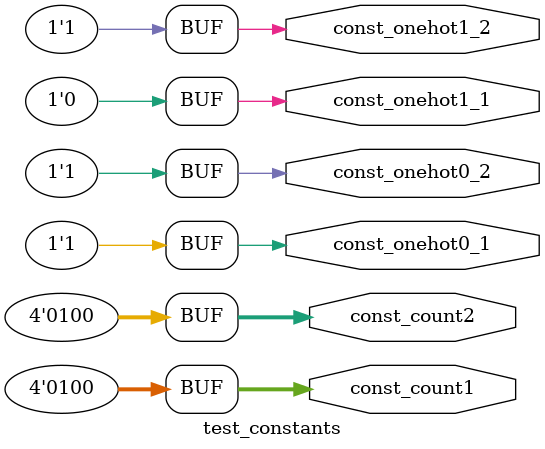
<source format=sv>
module test_sv_constructs (
    input logic [7:0] data_in,
    input logic [15:0] wide_data,
    output logic [3:0] count_result,
    output logic is_onehot0_result,
    output logic is_onehot1_result,
    output logic wide_onehot0_result,
    output logic wide_onehot1_result
);

    // Test $countones system function
    always_comb begin
        count_result = $countones(data_in);
    end
    
    // Test onehot0 - returns 1 if input has at most one bit set (including zero)
    always_comb begin
        is_onehot0_result = $onehot0(data_in);
        wide_onehot0_result = $onehot0(wide_data);
    end
    
    // Test onehot - returns 1 if input has exactly one bit set  
    always_comb begin
        is_onehot1_result = $onehot(data_in);
        wide_onehot1_result = $onehot(wide_data);
    end

endmodule

// Additional test cases with different scenarios
module test_edge_cases (
    input logic [0:0] single_bit,
    input logic [31:0] large_vector,
    output logic [5:0] large_count,
    output logic single_onehot0,
    output logic single_onehot1,
    output logic large_onehot0,
    output logic large_onehot1
);

    always_comb begin
        // Edge cases
        large_count = $countones(large_vector);
        single_onehot0 = $onehot0(single_bit);
        single_onehot1 = $onehot(single_bit);
        large_onehot0 = $onehot0(large_vector);
        large_onehot1 = $onehot(large_vector);
    end

endmodule

// Test with constants and expressions
module test_constants (
    output logic [3:0] const_count1,
    output logic [3:0] const_count2,
    output logic const_onehot0_1,
    output logic const_onehot0_2,
    output logic const_onehot1_1,
    output logic const_onehot1_2
);

    always_comb begin
        // Test with constant values
        const_count1 = $countones(8'b10101010);
        const_count2 = $countones(8'b11110000);
        
        const_onehot0_1 = $onehot0(8'b00000000); // Should be 1 (zero is valid for onehot0)
        const_onehot0_2 = $onehot0(8'b00000100); // Should be 1 (exactly one bit)
        
        const_onehot1_1 = $onehot(8'b00000000); // Should be 0 (zero not valid for onehot)
        const_onehot1_2 = $onehot(8'b00001000); // Should be 1 (exactly one bit)
    end

endmodule
</source>
